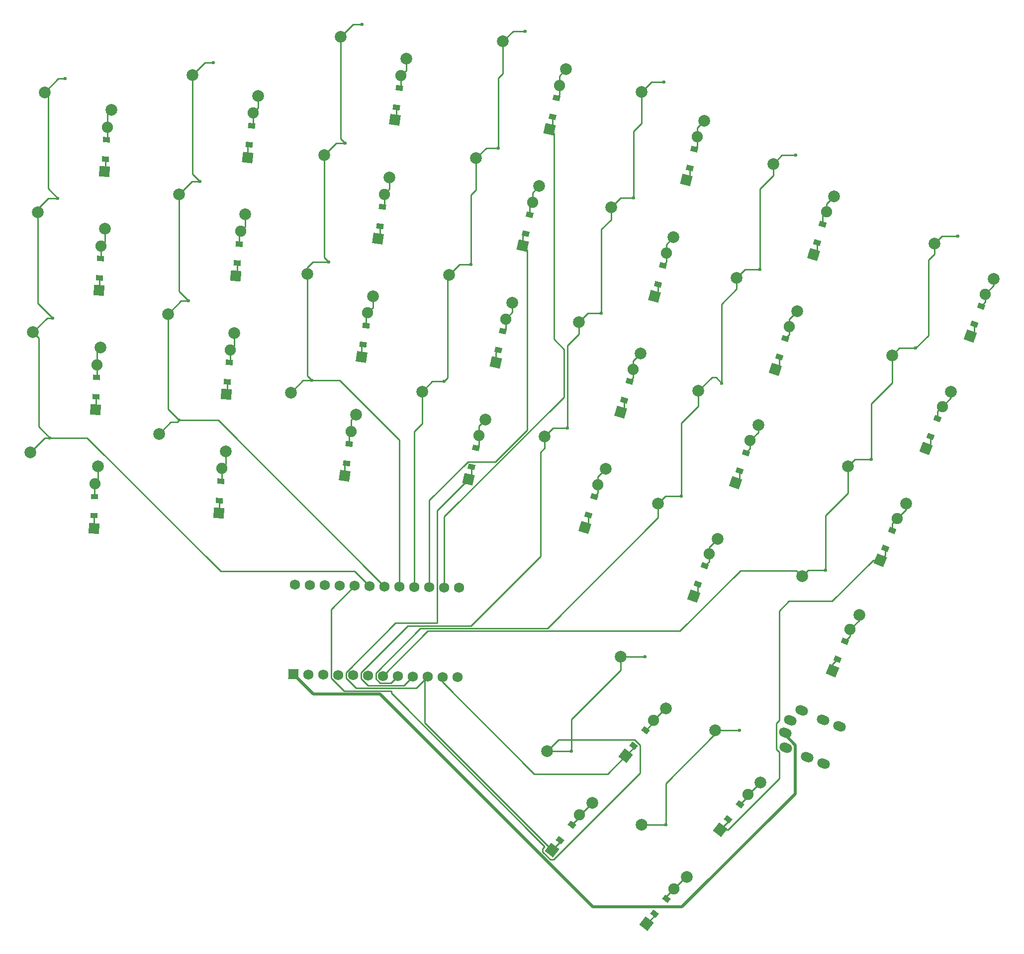
<source format=gbl>
%TF.GenerationSoftware,KiCad,Pcbnew,7.0.7+dfsg-1*%
%TF.CreationDate,2024-02-08T22:24:17-07:00*%
%TF.ProjectId,Keyboard,4b657962-6f61-4726-942e-6b696361645f,v1.0.0*%
%TF.SameCoordinates,Original*%
%TF.FileFunction,Copper,L2,Bot*%
%TF.FilePolarity,Positive*%
%FSLAX46Y46*%
G04 Gerber Fmt 4.6, Leading zero omitted, Abs format (unit mm)*
G04 Created by KiCad (PCBNEW 7.0.7+dfsg-1) date 2024-02-08 22:24:17*
%MOMM*%
%LPD*%
G01*
G04 APERTURE LIST*
G04 Aperture macros list*
%AMHorizOval*
0 Thick line with rounded ends*
0 $1 width*
0 $2 $3 position (X,Y) of the first rounded end (center of the circle)*
0 $4 $5 position (X,Y) of the second rounded end (center of the circle)*
0 Add line between two ends*
20,1,$1,$2,$3,$4,$5,0*
0 Add two circle primitives to create the rounded ends*
1,1,$1,$2,$3*
1,1,$1,$4,$5*%
%AMRotRect*
0 Rectangle, with rotation*
0 The origin of the aperture is its center*
0 $1 length*
0 $2 width*
0 $3 Rotation angle, in degrees counterclockwise*
0 Add horizontal line*
21,1,$1,$2,0,0,$3*%
G04 Aperture macros list end*
%TA.AperFunction,SMDPad,CuDef*%
%ADD10RotRect,0.900000X1.200000X87.000000*%
%TD*%
%TA.AperFunction,ComponentPad*%
%ADD11RotRect,1.778000X1.778000X87.000000*%
%TD*%
%TA.AperFunction,ComponentPad*%
%ADD12C,1.905000*%
%TD*%
%TA.AperFunction,ComponentPad*%
%ADD13HorizOval,1.600000X-0.276151X0.117219X0.276151X-0.117219X0*%
%TD*%
%TA.AperFunction,SMDPad,CuDef*%
%ADD14RotRect,0.900000X1.200000X86.000000*%
%TD*%
%TA.AperFunction,ComponentPad*%
%ADD15RotRect,1.778000X1.778000X86.000000*%
%TD*%
%TA.AperFunction,SMDPad,CuDef*%
%ADD16C,2.000000*%
%TD*%
%TA.AperFunction,ComponentPad*%
%ADD17C,0.600000*%
%TD*%
%TA.AperFunction,SMDPad,CuDef*%
%ADD18RotRect,0.900000X1.200000X89.000000*%
%TD*%
%TA.AperFunction,ComponentPad*%
%ADD19RotRect,1.778000X1.778000X89.000000*%
%TD*%
%TA.AperFunction,SMDPad,CuDef*%
%ADD20RotRect,0.900000X1.200000X88.000000*%
%TD*%
%TA.AperFunction,ComponentPad*%
%ADD21RotRect,1.778000X1.778000X88.000000*%
%TD*%
%TA.AperFunction,SMDPad,CuDef*%
%ADD22RotRect,0.900000X1.200000X85.000000*%
%TD*%
%TA.AperFunction,ComponentPad*%
%ADD23RotRect,1.778000X1.778000X85.000000*%
%TD*%
%TA.AperFunction,SMDPad,CuDef*%
%ADD24RotRect,0.900000X1.200000X84.000000*%
%TD*%
%TA.AperFunction,ComponentPad*%
%ADD25RotRect,1.778000X1.778000X84.000000*%
%TD*%
%TA.AperFunction,SMDPad,CuDef*%
%ADD26RotRect,0.900000X1.200000X83.000000*%
%TD*%
%TA.AperFunction,ComponentPad*%
%ADD27RotRect,1.778000X1.778000X83.000000*%
%TD*%
%TA.AperFunction,SMDPad,CuDef*%
%ADD28RotRect,0.900000X1.200000X82.000000*%
%TD*%
%TA.AperFunction,ComponentPad*%
%ADD29RotRect,1.778000X1.778000X82.000000*%
%TD*%
%TA.AperFunction,SMDPad,CuDef*%
%ADD30RotRect,0.900000X1.200000X77.000000*%
%TD*%
%TA.AperFunction,ComponentPad*%
%ADD31RotRect,1.778000X1.778000X77.000000*%
%TD*%
%TA.AperFunction,SMDPad,CuDef*%
%ADD32RotRect,0.900000X1.200000X73.000000*%
%TD*%
%TA.AperFunction,ComponentPad*%
%ADD33RotRect,1.778000X1.778000X73.000000*%
%TD*%
%TA.AperFunction,SMDPad,CuDef*%
%ADD34RotRect,0.900000X1.200000X74.000000*%
%TD*%
%TA.AperFunction,ComponentPad*%
%ADD35RotRect,1.778000X1.778000X74.000000*%
%TD*%
%TA.AperFunction,SMDPad,CuDef*%
%ADD36RotRect,0.900000X1.200000X75.000000*%
%TD*%
%TA.AperFunction,ComponentPad*%
%ADD37RotRect,1.778000X1.778000X75.000000*%
%TD*%
%TA.AperFunction,SMDPad,CuDef*%
%ADD38RotRect,0.900000X1.200000X76.000000*%
%TD*%
%TA.AperFunction,ComponentPad*%
%ADD39RotRect,1.778000X1.778000X76.000000*%
%TD*%
%TA.AperFunction,SMDPad,CuDef*%
%ADD40RotRect,0.900000X1.200000X70.000000*%
%TD*%
%TA.AperFunction,ComponentPad*%
%ADD41RotRect,1.778000X1.778000X70.000000*%
%TD*%
%TA.AperFunction,SMDPad,CuDef*%
%ADD42RotRect,0.900000X1.200000X71.000000*%
%TD*%
%TA.AperFunction,ComponentPad*%
%ADD43RotRect,1.778000X1.778000X71.000000*%
%TD*%
%TA.AperFunction,SMDPad,CuDef*%
%ADD44RotRect,0.900000X1.200000X72.000000*%
%TD*%
%TA.AperFunction,ComponentPad*%
%ADD45RotRect,1.778000X1.778000X72.000000*%
%TD*%
%TA.AperFunction,SMDPad,CuDef*%
%ADD46RotRect,0.900000X1.200000X67.000000*%
%TD*%
%TA.AperFunction,ComponentPad*%
%ADD47RotRect,1.778000X1.778000X67.000000*%
%TD*%
%TA.AperFunction,SMDPad,CuDef*%
%ADD48RotRect,0.900000X1.200000X68.000000*%
%TD*%
%TA.AperFunction,ComponentPad*%
%ADD49RotRect,1.778000X1.778000X68.000000*%
%TD*%
%TA.AperFunction,SMDPad,CuDef*%
%ADD50RotRect,0.900000X1.200000X69.000000*%
%TD*%
%TA.AperFunction,ComponentPad*%
%ADD51RotRect,1.778000X1.778000X69.000000*%
%TD*%
%TA.AperFunction,SMDPad,CuDef*%
%ADD52RotRect,0.900000X1.200000X52.000000*%
%TD*%
%TA.AperFunction,ComponentPad*%
%ADD53RotRect,1.778000X1.778000X52.000000*%
%TD*%
%TA.AperFunction,ComponentPad*%
%ADD54C,1.752600*%
%TD*%
%TA.AperFunction,ComponentPad*%
%ADD55RotRect,1.752600X1.752600X359.000000*%
%TD*%
%TA.AperFunction,Conductor*%
%ADD56C,0.500000*%
%TD*%
%TA.AperFunction,Conductor*%
%ADD57C,0.250000*%
%TD*%
G04 APERTURE END LIST*
D10*
%TO.P,D3,2*%
%TO.N,function_top*%
X138473069Y-81342220D03*
%TO.P,D3,1*%
%TO.N,P7*%
X138300361Y-84637698D03*
D11*
X138187315Y-86794738D03*
D12*
%TO.P,D3,2*%
%TO.N,function_top*%
X138586115Y-79185180D03*
%TD*%
D13*
%TO.P,TRRS1,1*%
%TO.N,RAW*%
X255915687Y-159999331D03*
%TO.P,TRRS1,2*%
%TO.N,GND*%
X255130879Y-164663458D03*
%TO.P,TRRS1,3*%
%TO.N,P9*%
X258812898Y-166226382D03*
%TO.P,TRRS1,4*%
%TO.N,P10*%
X261574413Y-167398576D03*
%TO.P,TRRS1,1*%
%TO.N,RAW*%
X255017005Y-162116492D03*
%TO.P,TRRS1,2*%
%TO.N,GND*%
X257826924Y-158311974D03*
%TO.P,TRRS1,3*%
%TO.N,P9*%
X261508943Y-159874899D03*
%TO.P,TRRS1,4*%
%TO.N,P10*%
X264270458Y-161047092D03*
%TD*%
D14*
%TO.P,D4,2*%
%TO.N,function_numbers*%
X139508895Y-61104619D03*
%TO.P,D4,1*%
%TO.N,P8*%
X139278699Y-64396581D03*
D15*
X139128025Y-66551319D03*
D12*
%TO.P,D4,2*%
%TO.N,function_numbers*%
X139659569Y-58949881D03*
%TD*%
D16*
%TO.P,S1,1*%
%TO.N,P3*%
X126515775Y-114364066D03*
%TO.P,S1,2*%
%TO.N,function_bottom*%
X138025620Y-116765306D03*
%TD*%
%TO.P,S2,1*%
%TO.N,P3*%
X126977110Y-93912752D03*
%TO.P,S2,2*%
%TO.N,function_main*%
X138443295Y-96514501D03*
%TD*%
%TO.P,S3,1*%
%TO.N,P3*%
X127795300Y-73472604D03*
%TO.P,S3,2*%
%TO.N,function_top*%
X139214332Y-76274069D03*
%TD*%
%TO.P,S4,1*%
%TO.N,P3*%
X128970095Y-53049849D03*
%TO.P,S4,2*%
%TO.N,function_numbers*%
X140338495Y-56050178D03*
%TD*%
%TO.P,S5,1*%
%TO.N,P4*%
X148434463Y-111206357D03*
%TO.P,S5,2*%
%TO.N,pinky_bottom*%
X159802863Y-114206686D03*
%TD*%
%TO.P,S6,1*%
%TO.N,P4*%
X149965505Y-90807215D03*
%TO.P,S6,2*%
%TO.N,pinky_main*%
X161279811Y-94005493D03*
%TD*%
%TO.P,S7,1*%
%TO.N,P4*%
X151852328Y-70437902D03*
%TO.P,S7,2*%
%TO.N,pinky_top*%
X163109093Y-73833154D03*
%TD*%
%TO.P,S8,1*%
%TO.N,P4*%
X154094358Y-50104619D03*
%TO.P,S8,2*%
%TO.N,pinky_numbers*%
X165290153Y-53695812D03*
%TD*%
%TO.P,S9,1*%
%TO.N,P5*%
X170860472Y-104163849D03*
%TO.P,S9,2*%
%TO.N,ring_bottom*%
X181991887Y-107949888D03*
%TD*%
%TO.P,S10,1*%
%TO.N,P5*%
X173699603Y-83962381D03*
%TO.P,S10,2*%
%TO.N,ring_main*%
X184831018Y-87748420D03*
%TD*%
%TO.P,S11,2*%
%TO.N,ring_top*%
X187670149Y-67546951D03*
%TO.P,S11,1*%
%TO.N,P5*%
X176538734Y-63760912D03*
%TD*%
%TO.P,S12,1*%
%TO.N,P5*%
X179377866Y-43559444D03*
%TO.P,S12,2*%
%TO.N,ring_numbers*%
X190509281Y-47345483D03*
%TD*%
%TO.P,S13,1*%
%TO.N,P6*%
X193230226Y-104012854D03*
%TO.P,S13,2*%
%TO.N,middle_bottom*%
X203989308Y-108754653D03*
%TD*%
%TO.P,S14,1*%
%TO.N,P6*%
X197819228Y-84135705D03*
%TO.P,S14,2*%
%TO.N,middle_main*%
X208578310Y-88877504D03*
%TD*%
%TO.P,S15,1*%
%TO.N,P6*%
X202408229Y-64258555D03*
%TO.P,S15,2*%
%TO.N,middle_top*%
X213167311Y-69000354D03*
%TD*%
%TO.P,S16,1*%
%TO.N,P6*%
X206997231Y-44381406D03*
%TO.P,S16,2*%
%TO.N,middle_numbers*%
X217756313Y-49123205D03*
%TD*%
%TO.P,S17,1*%
%TO.N,P15*%
X214062083Y-111681593D03*
%TO.P,S17,2*%
%TO.N,pointer_bottom*%
X224464185Y-117162357D03*
%TD*%
%TO.P,S18,1*%
%TO.N,P15*%
X219910662Y-92198288D03*
%TO.P,S18,2*%
%TO.N,pointer_main*%
X230406833Y-97496675D03*
%TD*%
%TO.P,S19,1*%
%TO.N,P15*%
X225418320Y-72615878D03*
%TO.P,S19,2*%
%TO.N,pointer_top*%
X236005362Y-77730275D03*
%TD*%
%TO.P,S20,1*%
%TO.N,P15*%
X230583380Y-52940328D03*
%TO.P,S20,2*%
%TO.N,pointer_numbers*%
X241258067Y-57869177D03*
%TD*%
%TO.P,S21,1*%
%TO.N,P18*%
X233409632Y-123047887D03*
%TO.P,S21,2*%
%TO.N,inner_bottom*%
X243510637Y-129065543D03*
%TD*%
%TO.P,S22,1*%
%TO.N,P18*%
X240269873Y-103897373D03*
%TO.P,S22,2*%
%TO.N,inner_main*%
X250474363Y-109737826D03*
%TD*%
%TO.P,S23,1*%
%TO.N,P18*%
X246794848Y-84630048D03*
%TO.P,S23,2*%
%TO.N,inner_top*%
X257099713Y-90291519D03*
%TD*%
%TO.P,S24,1*%
%TO.N,P18*%
X252982567Y-65251782D03*
%TO.P,S24,2*%
%TO.N,inner_numbers*%
X263384669Y-70732546D03*
%TD*%
%TO.P,S25,1*%
%TO.N,P19*%
X257893870Y-135479202D03*
%TO.P,S25,2*%
%TO.N,macro_bottom*%
X267666092Y-142017257D03*
%TD*%
%TO.P,S26,1*%
%TO.N,P19*%
X265746970Y-116713970D03*
%TO.P,S26,2*%
%TO.N,macro_main*%
X275631809Y-123080481D03*
%TD*%
%TO.P,S27,1*%
%TO.N,P19*%
X273271375Y-97814541D03*
%TO.P,S27,2*%
%TO.N,macro_top*%
X283265820Y-104007568D03*
%TD*%
%TO.P,S28,1*%
%TO.N,P19*%
X280464796Y-78786672D03*
%TO.P,S28,2*%
%TO.N,macro_numbers*%
X290565801Y-84804328D03*
%TD*%
%TO.P,S29,2*%
%TO.N,1_1*%
X222215146Y-174076192D03*
%TO.P,S29,1*%
%TO.N,P2*%
X214468077Y-165231679D03*
%TD*%
%TO.P,S30,2*%
%TO.N,1_2*%
X234774640Y-158000773D03*
%TO.P,S30,1*%
%TO.N,P2*%
X227027571Y-149156260D03*
%TD*%
%TO.P,S31,2*%
%TO.N,2_1*%
X238290566Y-186635686D03*
%TO.P,S31,1*%
%TO.N,P21*%
X230543497Y-177791173D03*
%TD*%
%TO.P,S32,2*%
%TO.N,2_2*%
X250850060Y-170560267D03*
%TO.P,S32,1*%
%TO.N,P21*%
X243102991Y-161715754D03*
%TD*%
D17*
%TO.P,REF\u002A\u002A,1*%
%TO.N,P3*%
X129834780Y-111871611D03*
%TD*%
%TO.P,REF\u002A\u002A,1*%
%TO.N,P3*%
X130339109Y-91478601D03*
%TD*%
%TO.P,REF\u002A\u002A,1*%
%TO.N,P3*%
X131199268Y-71097499D03*
%TD*%
%TO.P,REF\u002A\u002A,1*%
%TO.N,P3*%
X132414996Y-50734513D03*
%TD*%
%TO.P,REF\u002A\u002A,1*%
%TO.N,P4*%
X151879364Y-108891022D03*
%TD*%
%TO.P,REF\u002A\u002A,1*%
%TO.N,P4*%
X153450290Y-88552354D03*
%TD*%
%TO.P,REF\u002A\u002A,1*%
%TO.N,P4*%
X155375935Y-68244202D03*
%TD*%
%TO.P,REF\u002A\u002A,1*%
%TO.N,P4*%
X157655713Y-47972749D03*
%TD*%
%TO.P,REF\u002A\u002A,1*%
%TO.N,P5*%
X174458491Y-102094458D03*
%TD*%
%TO.P,REF\u002A\u002A,1*%
%TO.N,P5*%
X177297622Y-81892989D03*
%TD*%
%TO.P,REF\u002A\u002A,1*%
%TO.N,P5*%
X180136754Y-61691521D03*
%TD*%
%TO.P,REF\u002A\u002A,1*%
%TO.N,P5*%
X182975885Y-41490052D03*
%TD*%
%TO.P,REF\u002A\u002A,1*%
%TO.N,P6*%
X196994913Y-102264925D03*
%TD*%
%TO.P,REF\u002A\u002A,1*%
%TO.N,P6*%
X201583915Y-82387776D03*
%TD*%
%TO.P,REF\u002A\u002A,1*%
%TO.N,P6*%
X206172916Y-62510627D03*
%TD*%
%TO.P,REF\u002A\u002A,1*%
%TO.N,P6*%
X210761918Y-42633478D03*
%TD*%
%TO.P,REF\u002A\u002A,1*%
%TO.N,P15*%
X217939529Y-110200534D03*
%TD*%
%TO.P,REF\u002A\u002A,1*%
%TO.N,P15*%
X223761670Y-90649783D03*
%TD*%
%TO.P,REF\u002A\u002A,1*%
%TO.N,P15*%
X229241716Y-71000399D03*
%TD*%
%TO.P,REF\u002A\u002A,1*%
%TO.N,P15*%
X234377999Y-51258368D03*
%TD*%
%TO.P,REF\u002A\u002A,1*%
%TO.N,P18*%
X237359276Y-121771787D03*
%TD*%
%TO.P,REF\u002A\u002A,1*%
%TO.N,P18*%
X244196646Y-102552537D03*
%TD*%
%TO.P,REF\u002A\u002A,1*%
%TO.N,P18*%
X250697551Y-83216885D03*
%TD*%
%TO.P,REF\u002A\u002A,1*%
%TO.N,P18*%
X256860013Y-63770722D03*
%TD*%
%TO.P,REF\u002A\u002A,1*%
%TO.N,P19*%
X261904887Y-134411558D03*
%TD*%
%TO.P,REF\u002A\u002A,1*%
%TO.N,P19*%
X269738744Y-115576488D03*
%TD*%
%TO.P,REF\u002A\u002A,1*%
%TO.N,P19*%
X277242690Y-96607566D03*
%TD*%
%TO.P,REF\u002A\u002A,1*%
%TO.N,P19*%
X284414440Y-77510572D03*
%TD*%
%TO.P,REF\u002A\u002A,1*%
%TO.N,P2*%
X218618749Y-165238543D03*
%TD*%
%TO.P,REF\u002A\u002A,1*%
%TO.N,P2*%
X231178243Y-149163124D03*
%TD*%
%TO.P,REF\u002A\u002A,1*%
%TO.N,P21*%
X234694168Y-177798037D03*
%TD*%
%TO.P,REF\u002A\u002A,1*%
%TO.N,P21*%
X247253662Y-161722618D03*
%TD*%
D18*
%TO.P,D1,2*%
%TO.N,function_bottom*%
X137461685Y-121856239D03*
%TO.P,D1,1*%
%TO.N,P14*%
X137404093Y-125155737D03*
D19*
X137366395Y-127315408D03*
D12*
%TO.P,D1,2*%
%TO.N,function_bottom*%
X137499383Y-119696568D03*
%TD*%
D20*
%TO.P,D2,2*%
%TO.N,function_main*%
X137790597Y-101594817D03*
%TO.P,D2,1*%
%TO.N,P16*%
X137675429Y-104892807D03*
D21*
X137600046Y-107051491D03*
D12*
%TO.P,D2,2*%
%TO.N,function_main*%
X137865980Y-99436133D03*
%TD*%
D14*
%TO.P,D5,2*%
%TO.N,pinky_bottom*%
X158973262Y-119261128D03*
%TO.P,D5,1*%
%TO.N,P14*%
X158743066Y-122553090D03*
D15*
X158592392Y-124707828D03*
D12*
%TO.P,D5,2*%
%TO.N,pinky_bottom*%
X159123936Y-117106390D03*
%TD*%
D22*
%TO.P,D6,2*%
%TO.N,pinky_main*%
X160362125Y-99044687D03*
%TO.P,D6,1*%
%TO.N,P16*%
X160074511Y-102332129D03*
D23*
X159886255Y-104483910D03*
D12*
%TO.P,D6,2*%
%TO.N,pinky_main*%
X160550381Y-96892906D03*
%TD*%
D24*
%TO.P,D7,2*%
%TO.N,pinky_top*%
X162103601Y-78855564D03*
%TO.P,D7,1*%
%TO.N,P7*%
X161758657Y-82137486D03*
D25*
X161532876Y-84285653D03*
D12*
%TO.P,D7,2*%
%TO.N,pinky_top*%
X162329382Y-76707397D03*
%TD*%
D26*
%TO.P,D8,2*%
%TO.N,pinky_numbers*%
X164197160Y-58699909D03*
%TO.P,D8,1*%
%TO.N,P8*%
X163794992Y-61975311D03*
D27*
X163531754Y-64119211D03*
D12*
%TO.P,D8,2*%
%TO.N,pinky_numbers*%
X164460398Y-56556009D03*
%TD*%
D28*
%TO.P,D9,2*%
%TO.N,ring_bottom*%
X180811727Y-112934149D03*
%TO.P,D9,1*%
%TO.N,P14*%
X180352455Y-116202033D03*
D29*
X180051841Y-118341012D03*
D12*
%TO.P,D9,2*%
%TO.N,ring_bottom*%
X181112341Y-110795170D03*
%TD*%
D28*
%TO.P,D10,2*%
%TO.N,ring_main*%
X183650859Y-92732680D03*
%TO.P,D10,1*%
%TO.N,P16*%
X183191587Y-96000564D03*
D29*
X182890973Y-98139543D03*
D12*
%TO.P,D10,2*%
%TO.N,ring_main*%
X183951473Y-90593701D03*
%TD*%
D28*
%TO.P,D11,2*%
%TO.N,ring_top*%
X186489990Y-72531212D03*
%TO.P,D11,1*%
%TO.N,P7*%
X186030718Y-75799096D03*
D29*
X185730104Y-77938075D03*
D12*
%TO.P,D11,2*%
%TO.N,ring_top*%
X186790604Y-70392233D03*
%TD*%
D28*
%TO.P,D12,2*%
%TO.N,ring_numbers*%
X189329121Y-52329743D03*
%TO.P,D12,1*%
%TO.N,P8*%
X188869849Y-55597627D03*
D29*
X188569235Y-57736606D03*
D12*
%TO.P,D12,2*%
%TO.N,ring_numbers*%
X189629735Y-50190764D03*
%TD*%
D30*
%TO.P,D13,2*%
%TO.N,middle_bottom*%
X202379232Y-113617089D03*
%TO.P,D13,1*%
%TO.N,P14*%
X201636894Y-116832511D03*
D31*
X201150999Y-118937150D03*
D12*
%TO.P,D13,2*%
%TO.N,middle_bottom*%
X202865127Y-111512450D03*
%TD*%
D30*
%TO.P,D14,2*%
%TO.N,middle_main*%
X206968233Y-93739939D03*
%TO.P,D14,1*%
%TO.N,P16*%
X206225895Y-96955361D03*
D31*
X205740000Y-99060000D03*
D12*
%TO.P,D14,2*%
%TO.N,middle_main*%
X207454128Y-91635300D03*
%TD*%
D30*
%TO.P,D15,2*%
%TO.N,middle_top*%
X211557234Y-73862790D03*
%TO.P,D15,1*%
%TO.N,P7*%
X210814896Y-77078212D03*
D31*
X210329001Y-79182851D03*
D12*
%TO.P,D15,2*%
%TO.N,middle_top*%
X212043129Y-71758151D03*
%TD*%
D30*
%TO.P,D16,2*%
%TO.N,middle_numbers*%
X216146236Y-53985641D03*
%TO.P,D16,1*%
%TO.N,P8*%
X215403898Y-57201063D03*
D31*
X214918003Y-59305702D03*
D12*
%TO.P,D16,2*%
%TO.N,middle_numbers*%
X216632131Y-51881002D03*
%TD*%
D32*
%TO.P,D17,2*%
%TO.N,pointer_bottom*%
X222518844Y-121900635D03*
%TO.P,D17,1*%
%TO.N,P14*%
X221554018Y-125056441D03*
D33*
X220922495Y-127122059D03*
D12*
%TO.P,D17,2*%
%TO.N,pointer_bottom*%
X223150367Y-119835017D03*
%TD*%
D34*
%TO.P,D18,2*%
%TO.N,pointer_main*%
X228544483Y-102268182D03*
%TO.P,D18,1*%
%TO.N,P16*%
X227634879Y-105440346D03*
D35*
X227039503Y-107516671D03*
D12*
%TO.P,D18,2*%
%TO.N,pointer_main*%
X229139859Y-100191857D03*
%TD*%
D36*
%TO.P,D19,2*%
%TO.N,pointer_top*%
X234226570Y-82533557D03*
%TO.P,D19,1*%
%TO.N,P7*%
X233372468Y-85721113D03*
D37*
X232813418Y-87807512D03*
D12*
%TO.P,D19,2*%
%TO.N,pointer_top*%
X234785620Y-80447158D03*
%TD*%
D38*
%TO.P,D20,2*%
%TO.N,pointer_numbers*%
X239563375Y-62702772D03*
%TO.P,D20,1*%
%TO.N,P8*%
X238765033Y-65904748D03*
D39*
X238242482Y-68000587D03*
D12*
%TO.P,D20,2*%
%TO.N,pointer_numbers*%
X240085926Y-60606933D03*
%TD*%
D40*
%TO.P,D21,2*%
%TO.N,inner_bottom*%
X241319980Y-133695516D03*
%TO.P,D21,1*%
%TO.N,P14*%
X240191314Y-136796502D03*
D41*
X239452550Y-138826238D03*
D12*
%TO.P,D21,2*%
%TO.N,inner_bottom*%
X242058744Y-131665780D03*
%TD*%
D42*
%TO.P,D22,2*%
%TO.N,inner_main*%
X248364844Y-114405326D03*
%TO.P,D22,1*%
%TO.N,P16*%
X247290470Y-117525538D03*
D43*
X246587242Y-119567858D03*
D12*
%TO.P,D22,2*%
%TO.N,inner_main*%
X249068072Y-112363006D03*
%TD*%
D44*
%TO.P,D23,2*%
%TO.N,inner_top*%
X255071974Y-94995125D03*
%TO.P,D23,1*%
%TO.N,P7*%
X254052218Y-98133611D03*
D45*
X253384741Y-100187893D03*
D12*
%TO.P,D23,2*%
%TO.N,inner_top*%
X255739451Y-92940843D03*
%TD*%
D32*
%TO.P,D24,2*%
%TO.N,inner_numbers*%
X261439328Y-75470823D03*
%TO.P,D24,1*%
%TO.N,P8*%
X260474502Y-78626629D03*
D33*
X259842979Y-80692247D03*
D12*
%TO.P,D24,2*%
%TO.N,inner_numbers*%
X262070851Y-73405205D03*
%TD*%
D46*
%TO.P,D25,2*%
%TO.N,macro_bottom*%
X265236123Y-146526234D03*
%TO.P,D25,1*%
%TO.N,P14*%
X263946711Y-149563900D03*
D47*
X263102731Y-151552190D03*
D12*
%TO.P,D25,2*%
%TO.N,macro_bottom*%
X266080103Y-144537944D03*
%TD*%
D48*
%TO.P,D26,2*%
%TO.N,macro_main*%
X273280903Y-127631181D03*
%TO.P,D26,1*%
%TO.N,P16*%
X272044701Y-130690887D03*
D49*
X271235551Y-132693604D03*
D12*
%TO.P,D26,2*%
%TO.N,macro_main*%
X274090053Y-125628464D03*
%TD*%
D50*
%TO.P,D27,2*%
%TO.N,macro_top*%
X280994693Y-108598603D03*
%TO.P,D27,1*%
%TO.N,P7*%
X279812079Y-111679419D03*
D51*
X279038004Y-113695952D03*
D12*
%TO.P,D27,2*%
%TO.N,macro_top*%
X281768768Y-106582070D03*
%TD*%
D40*
%TO.P,D28,2*%
%TO.N,macro_numbers*%
X288375143Y-89434301D03*
%TO.P,D28,1*%
%TO.N,P8*%
X287246477Y-92535287D03*
D41*
X286507713Y-94565023D03*
D12*
%TO.P,D28,2*%
%TO.N,macro_numbers*%
X289113907Y-87404565D03*
%TD*%
D52*
%TO.P,D29,2*%
%TO.N,1_1*%
X218700967Y-177802608D03*
%TO.P,D29,1*%
%TO.N,P14*%
X216669285Y-180403044D03*
D53*
X215339456Y-182105147D03*
D12*
%TO.P,D29,2*%
%TO.N,1_1*%
X220030796Y-176100505D03*
%TD*%
D52*
%TO.P,D30,2*%
%TO.N,1_2*%
X231260461Y-161727189D03*
%TO.P,D30,1*%
%TO.N,P16*%
X229228779Y-164327625D03*
D53*
X227898950Y-166029728D03*
D12*
%TO.P,D30,2*%
%TO.N,1_2*%
X232590290Y-160025086D03*
%TD*%
D52*
%TO.P,D31,2*%
%TO.N,2_1*%
X234776386Y-190362102D03*
%TO.P,D31,1*%
%TO.N,P14*%
X232744704Y-192962538D03*
D53*
X231414875Y-194664641D03*
D12*
%TO.P,D31,2*%
%TO.N,2_1*%
X236106215Y-188659999D03*
%TD*%
D52*
%TO.P,D32,2*%
%TO.N,2_2*%
X247335880Y-174286683D03*
%TO.P,D32,1*%
%TO.N,P16*%
X245304198Y-176887119D03*
D53*
X243974369Y-178589222D03*
D12*
%TO.P,D32,2*%
%TO.N,2_2*%
X248665709Y-172584580D03*
%TD*%
D54*
%TO.P,MCU1,24*%
%TO.N,P9*%
X199520860Y-137404971D03*
%TO.P,MCU1,23*%
%TO.N,P8*%
X196981246Y-137360642D03*
%TO.P,MCU1,22*%
%TO.N,P7*%
X194441633Y-137316312D03*
%TO.P,MCU1,21*%
%TO.N,P6*%
X191902020Y-137271983D03*
%TO.P,MCU1,20*%
%TO.N,P5*%
X189362407Y-137227654D03*
%TO.P,MCU1,19*%
%TO.N,P4*%
X186822794Y-137183325D03*
%TO.P,MCU1,18*%
%TO.N,P3*%
X184283181Y-137138996D03*
%TO.P,MCU1,17*%
%TO.N,P2*%
X181743568Y-137094667D03*
%TO.P,MCU1,16*%
%TO.N,N/C*%
X179203954Y-137050338D03*
%TO.P,MCU1,15*%
X176664341Y-137006009D03*
%TO.P,MCU1,14*%
%TO.N,GND*%
X174124728Y-136961680D03*
%TO.P,MCU1,13*%
%TO.N,RAW*%
X171585115Y-136917350D03*
%TO.P,MCU1,12*%
%TO.N,P10*%
X199254885Y-152642650D03*
%TO.P,MCU1,11*%
%TO.N,P16*%
X196715272Y-152598320D03*
%TO.P,MCU1,10*%
%TO.N,P14*%
X194175659Y-152553991D03*
%TO.P,MCU1,9*%
%TO.N,P15*%
X191636046Y-152509662D03*
%TO.P,MCU1,8*%
%TO.N,P18*%
X189096432Y-152465333D03*
%TO.P,MCU1,7*%
%TO.N,P19*%
X186556819Y-152421004D03*
%TO.P,MCU1,6*%
%TO.N,P20*%
X184017206Y-152376675D03*
%TO.P,MCU1,5*%
%TO.N,P21*%
X181477593Y-152332346D03*
%TO.P,MCU1,4*%
%TO.N,VCC*%
X178937980Y-152288017D03*
%TO.P,MCU1,3*%
%TO.N,RST*%
X176398367Y-152243688D03*
%TO.P,MCU1,2*%
%TO.N,GND*%
X173858754Y-152199358D03*
D55*
%TO.P,MCU1,1*%
%TO.N,RAW*%
X171319140Y-152155029D03*
%TD*%
D56*
%TO.N,RAW*%
X171319140Y-152155029D02*
X174711415Y-155547304D01*
X174711415Y-155547304D02*
X186027304Y-155547304D01*
X186027304Y-155547304D02*
X222268536Y-191788536D01*
X222268536Y-191788536D02*
X237471464Y-191788536D01*
X237471464Y-191788536D02*
X256759968Y-172500032D01*
X256759968Y-172500032D02*
X256759968Y-164196833D01*
X256759968Y-164196833D02*
X255017005Y-162453870D01*
X255017005Y-162453870D02*
X255017005Y-162116492D01*
D57*
%TO.N,P2*%
X179923372Y-154972304D02*
X177736680Y-152785612D01*
X213766591Y-181817308D02*
X214090906Y-181492993D01*
X213766591Y-182392986D02*
X213766591Y-181817308D01*
X215627295Y-183678012D02*
X215051617Y-183678012D01*
X187960000Y-154972304D02*
X179923372Y-154972304D01*
X230303633Y-169001674D02*
X215627295Y-183678012D01*
X214090906Y-181492993D02*
X187960000Y-155362087D01*
X177736680Y-141101555D02*
X181743568Y-137094667D01*
X187960000Y-155362087D02*
X187960000Y-154972304D01*
X230303633Y-164207797D02*
X230303633Y-169001674D01*
X229374459Y-163278623D02*
X230303633Y-164207797D01*
X215051617Y-183678012D02*
X213766591Y-182392986D01*
X177736680Y-152785612D02*
X177736680Y-141101555D01*
X216421133Y-163278623D02*
X229374459Y-163278623D01*
X214468077Y-165231679D02*
X216421133Y-163278623D01*
%TO.N,P3*%
X128970095Y-53049849D02*
X129540000Y-53619754D01*
X129540000Y-53619754D02*
X129540000Y-69438231D01*
X129540000Y-69438231D02*
X131199268Y-71097499D01*
%TO.N,P16*%
X271235551Y-132693604D02*
X270043797Y-132693604D01*
X270043797Y-132693604D02*
X263037401Y-139700000D01*
X254000000Y-160020000D02*
X253523209Y-160496791D01*
X263037401Y-139700000D02*
X255641409Y-139700000D01*
X255641409Y-139700000D02*
X254000000Y-141341409D01*
X254000000Y-141341409D02*
X254000000Y-160020000D01*
X254000000Y-165405584D02*
X254000000Y-169918775D01*
X253523209Y-160496791D02*
X253523209Y-164928793D01*
X245329553Y-178589222D02*
X243974369Y-178589222D01*
X253523209Y-164928793D02*
X254000000Y-165405584D01*
X254000000Y-169918775D02*
X245329553Y-178589222D01*
X137675429Y-104892807D02*
X137675429Y-106976108D01*
X137675429Y-106976108D02*
X137600046Y-107051491D01*
%TO.N,function_main*%
X137865980Y-99436133D02*
X137865980Y-101519434D01*
X137865980Y-101519434D02*
X137790597Y-101594817D01*
%TO.N,P7*%
X161758657Y-82137486D02*
X161758657Y-84059872D01*
X161758657Y-84059872D02*
X161532876Y-84285653D01*
%TO.N,P8*%
X215659256Y-60046955D02*
X215659256Y-95098261D01*
%TO.N,pinky_numbers*%
X164460398Y-56556009D02*
X164460398Y-58436671D01*
X164460398Y-58436671D02*
X164197160Y-58699909D01*
%TO.N,P16*%
X160074511Y-102332129D02*
X160074511Y-104295654D01*
X160074511Y-104295654D02*
X159886255Y-104483910D01*
%TO.N,middle_main*%
X207454128Y-91635300D02*
X207454128Y-93254044D01*
X207454128Y-93254044D02*
X206968233Y-93739939D01*
%TO.N,middle_bottom*%
X202865127Y-111512450D02*
X202865127Y-113131194D01*
X202865127Y-113131194D02*
X202379232Y-113617089D01*
%TO.N,P14*%
X240191314Y-136796502D02*
X240191314Y-138087474D01*
X240191314Y-138087474D02*
X239452550Y-138826238D01*
%TO.N,P16*%
X229228779Y-164327625D02*
X229228779Y-164699899D01*
X229228779Y-164699899D02*
X227898950Y-166029728D01*
%TO.N,1_2*%
X232590290Y-160025086D02*
X232590290Y-160397360D01*
X232590290Y-160397360D02*
X231260461Y-161727189D01*
%TO.N,P14*%
X216669285Y-180403044D02*
X216669285Y-180775318D01*
X216669285Y-180775318D02*
X215339456Y-182105147D01*
X232744704Y-192962538D02*
X232744704Y-193334812D01*
X232744704Y-193334812D02*
X231414875Y-194664641D01*
%TO.N,P16*%
X272044701Y-130690887D02*
X272044701Y-131884454D01*
X272044701Y-131884454D02*
X271235551Y-132693604D01*
%TO.N,P7*%
X279812079Y-111679419D02*
X279812079Y-112921877D01*
X279812079Y-112921877D02*
X279038004Y-113695952D01*
%TO.N,pointer_numbers*%
X240085926Y-60606933D02*
X240085926Y-62180221D01*
X240085926Y-62180221D02*
X239563375Y-62702772D01*
%TO.N,pinky_main*%
X160550381Y-96892906D02*
X160550381Y-98856431D01*
X160550381Y-98856431D02*
X160362125Y-99044687D01*
%TO.N,macro_bottom*%
X265236123Y-146526234D02*
X266080103Y-145682254D01*
X266080103Y-145682254D02*
X266080103Y-144537944D01*
%TO.N,P2*%
X227027571Y-149156260D02*
X231171379Y-149156260D01*
X231171379Y-149156260D02*
X231178243Y-149163124D01*
%TO.N,ring_bottom*%
X180811727Y-112934149D02*
X180811727Y-111095784D01*
X180811727Y-111095784D02*
X181112341Y-110795170D01*
%TO.N,P14*%
X180051841Y-118341012D02*
X180051841Y-116502647D01*
X180051841Y-116502647D02*
X180352455Y-116202033D01*
X158743066Y-122553090D02*
X158743066Y-124557154D01*
X158743066Y-124557154D02*
X158592392Y-124707828D01*
%TO.N,pinky_bottom*%
X159123936Y-117106390D02*
X159123936Y-119110454D01*
X159123936Y-119110454D02*
X158973262Y-119261128D01*
%TO.N,function_bottom*%
X137461685Y-121856239D02*
X137461685Y-119734266D01*
X137461685Y-119734266D02*
X137499383Y-119696568D01*
%TO.N,P14*%
X137366395Y-127315408D02*
X137366395Y-125193435D01*
X137366395Y-125193435D02*
X137404093Y-125155737D01*
%TO.N,P16*%
X159886255Y-102520385D02*
X160074511Y-102332129D01*
%TO.N,P7*%
X138300361Y-84637698D02*
X138300361Y-86681692D01*
X138300361Y-86681692D02*
X138187315Y-86794738D01*
%TO.N,function_top*%
X138586115Y-79185180D02*
X138586115Y-81229174D01*
X138586115Y-81229174D02*
X138473069Y-81342220D01*
%TO.N,P8*%
X139278699Y-64396581D02*
X139278699Y-66400645D01*
X139278699Y-66400645D02*
X139128025Y-66551319D01*
%TO.N,function_numbers*%
X139659569Y-58949881D02*
X139659569Y-60953945D01*
X139659569Y-60953945D02*
X139508895Y-61104619D01*
%TO.N,P8*%
X163531754Y-64119211D02*
X163531754Y-62238549D01*
X163531754Y-62238549D02*
X163794992Y-61975311D01*
%TO.N,pinky_top*%
X162103601Y-78855564D02*
X162103601Y-76933178D01*
X162103601Y-76933178D02*
X162329382Y-76707397D01*
%TO.N,P7*%
X161532876Y-82363267D02*
X161758657Y-82137486D01*
%TO.N,P16*%
X182890973Y-98139543D02*
X182890973Y-96301178D01*
X182890973Y-96301178D02*
X183191587Y-96000564D01*
%TO.N,ring_main*%
X183650859Y-92732680D02*
X183650859Y-90894315D01*
X183650859Y-90894315D02*
X183951473Y-90593701D01*
%TO.N,P7*%
X186030718Y-75799096D02*
X186030718Y-77637461D01*
X186030718Y-77637461D02*
X185730104Y-77938075D01*
%TO.N,ring_top*%
X186790604Y-70392233D02*
X186790604Y-72230598D01*
X186790604Y-72230598D02*
X186489990Y-72531212D01*
%TO.N,P8*%
X188869849Y-55597627D02*
X188869849Y-57435992D01*
X188869849Y-57435992D02*
X188569235Y-57736606D01*
%TO.N,ring_numbers*%
X189629735Y-50190764D02*
X189629735Y-52029129D01*
X189629735Y-52029129D02*
X189329121Y-52329743D01*
%TO.N,middle_top*%
X211557234Y-73862790D02*
X211557234Y-72244046D01*
X211557234Y-72244046D02*
X212043129Y-71758151D01*
%TO.N,P7*%
X210329001Y-79182851D02*
X210329001Y-77564107D01*
X210329001Y-77564107D02*
X210814896Y-77078212D01*
%TO.N,P16*%
X205740000Y-99060000D02*
X205740000Y-97441256D01*
X205740000Y-97441256D02*
X206225895Y-96955361D01*
%TO.N,P14*%
X201636894Y-116832511D02*
X201636894Y-118451255D01*
X201636894Y-118451255D02*
X201150999Y-118937150D01*
%TO.N,inner_bottom*%
X242058744Y-131665780D02*
X242058744Y-132956752D01*
X242058744Y-132956752D02*
X241319980Y-133695516D01*
%TO.N,P14*%
X221554018Y-125056441D02*
X221554018Y-126490536D01*
X221554018Y-126490536D02*
X220922495Y-127122059D01*
%TO.N,pointer_bottom*%
X223150367Y-119835017D02*
X223150367Y-121269112D01*
X223150367Y-121269112D02*
X222518844Y-121900635D01*
%TO.N,P16*%
X247290470Y-117525538D02*
X247290470Y-118864630D01*
X247290470Y-118864630D02*
X246587242Y-119567858D01*
%TO.N,inner_main*%
X249068072Y-112363006D02*
X249068072Y-113702098D01*
X249068072Y-113702098D02*
X248364844Y-114405326D01*
%TO.N,P16*%
X227634879Y-105440346D02*
X227634879Y-106921295D01*
X227634879Y-106921295D02*
X227039503Y-107516671D01*
%TO.N,pointer_main*%
X229139859Y-100191857D02*
X229139859Y-101672806D01*
X229139859Y-101672806D02*
X228544483Y-102268182D01*
%TO.N,P7*%
X233372468Y-85721113D02*
X233372468Y-87248462D01*
X233372468Y-87248462D02*
X232813418Y-87807512D01*
%TO.N,pointer_top*%
X234785620Y-80447158D02*
X234785620Y-81974507D01*
X234785620Y-81974507D02*
X234226570Y-82533557D01*
%TO.N,P8*%
X238765033Y-65904748D02*
X238765033Y-67478036D01*
X238765033Y-67478036D02*
X238242482Y-68000587D01*
%TO.N,P7*%
X254052218Y-98133611D02*
X254052218Y-99520416D01*
X254052218Y-99520416D02*
X253384741Y-100187893D01*
%TO.N,inner_top*%
X255739451Y-92940843D02*
X255739451Y-94327648D01*
X255739451Y-94327648D02*
X255071974Y-94995125D01*
%TO.N,P8*%
X260474502Y-78626629D02*
X260474502Y-80060724D01*
X260474502Y-80060724D02*
X259842979Y-80692247D01*
%TO.N,inner_numbers*%
X261439328Y-75470823D02*
X261439328Y-74036728D01*
X261439328Y-74036728D02*
X262070851Y-73405205D01*
%TO.N,P8*%
X287246477Y-92535287D02*
X287246477Y-93826259D01*
X287246477Y-93826259D02*
X286507713Y-94565023D01*
%TO.N,macro_numbers*%
X289113907Y-87404565D02*
X289113907Y-88695537D01*
X289113907Y-88695537D02*
X288375143Y-89434301D01*
%TO.N,macro_top*%
X280994693Y-108598603D02*
X280994693Y-107356145D01*
X280994693Y-107356145D02*
X281768768Y-106582070D01*
%TO.N,macro_main*%
X273280903Y-127631181D02*
X273280903Y-126437614D01*
X273280903Y-126437614D02*
X274090053Y-125628464D01*
%TO.N,P14*%
X263102731Y-151552190D02*
X263102731Y-150407880D01*
X263102731Y-150407880D02*
X263946711Y-149563900D01*
X192207346Y-154522304D02*
X193684825Y-153044825D01*
X193684825Y-153044825D02*
X194175659Y-152553991D01*
X215339456Y-182105147D02*
X193684825Y-160450516D01*
X193684825Y-160450516D02*
X193684825Y-153044825D01*
%TO.N,P16*%
X227898950Y-166029728D02*
X224805708Y-169122970D01*
X224805708Y-169122970D02*
X212322337Y-169122970D01*
X212322337Y-169122970D02*
X196715272Y-153515905D01*
X196715272Y-153515905D02*
X196715272Y-152598320D01*
%TO.N,P14*%
X201150999Y-118937150D02*
X195779946Y-124308203D01*
X195779946Y-124308203D02*
X195779946Y-143430000D01*
X195779946Y-143430000D02*
X188681044Y-143430000D01*
X180276293Y-151834751D02*
X180276293Y-152829941D01*
X188681044Y-143430000D02*
X180276293Y-151834751D01*
X180276293Y-152829941D02*
X181968656Y-154522304D01*
X181968656Y-154522304D02*
X192207346Y-154522304D01*
%TO.N,P7*%
X210329001Y-79182851D02*
X211070254Y-79924104D01*
X211070254Y-79924104D02*
X211070254Y-110573549D01*
X211070254Y-110573549D02*
X205709729Y-115934074D01*
X205709729Y-115934074D02*
X201018880Y-115934074D01*
X201018880Y-115934074D02*
X194441633Y-122511321D01*
X194441633Y-122511321D02*
X194441633Y-137316312D01*
%TO.N,P8*%
X214918003Y-59305702D02*
X215659256Y-60046955D01*
X196981246Y-125298953D02*
X196981246Y-137360642D01*
X215659256Y-95098261D02*
X217357713Y-96796718D01*
X217357713Y-96796718D02*
X217357713Y-104922486D01*
X217357713Y-104922486D02*
X196981246Y-125298953D01*
%TO.N,P15*%
X214062083Y-111681593D02*
X214062083Y-113639929D01*
X213360000Y-114342012D02*
X213360000Y-132080000D01*
X214062083Y-113639929D02*
X213360000Y-114342012D01*
X213360000Y-132080000D02*
X201560000Y-143880000D01*
X182815906Y-151879080D02*
X182815906Y-152874270D01*
X190073404Y-154072304D02*
X191636046Y-152509662D01*
X201560000Y-143880000D02*
X190814986Y-143880000D01*
X190814986Y-143880000D02*
X182815906Y-151879080D01*
X182815906Y-152874270D02*
X184013940Y-154072304D01*
X184013940Y-154072304D02*
X190073404Y-154072304D01*
%TO.N,P18*%
X233409632Y-123047887D02*
X233409632Y-125485911D01*
X233409632Y-125485911D02*
X214565543Y-144330000D01*
X192948928Y-144330000D02*
X185355519Y-151923409D01*
X214565543Y-144330000D02*
X192948928Y-144330000D01*
X185355519Y-151923409D02*
X185355519Y-152918599D01*
X185355519Y-152918599D02*
X186059224Y-153622304D01*
X186059224Y-153622304D02*
X187939461Y-153622304D01*
X187939461Y-153622304D02*
X189096432Y-152465333D01*
%TO.N,P19*%
X257893870Y-135479202D02*
X256902439Y-134487771D01*
X256902439Y-134487771D02*
X247391436Y-134487771D01*
X247391436Y-134487771D02*
X237099207Y-144780000D01*
X237099207Y-144780000D02*
X194197823Y-144780000D01*
X194197823Y-144780000D02*
X186556819Y-152421004D01*
%TO.N,P6*%
X191902020Y-137271983D02*
X191902020Y-110772881D01*
X191902020Y-110772881D02*
X193230226Y-109444675D01*
X193230226Y-109444675D02*
X193230226Y-104012854D01*
%TO.N,P5*%
X189362407Y-137227654D02*
X189362407Y-112286090D01*
X189362407Y-112286090D02*
X179170775Y-102094458D01*
X179170775Y-102094458D02*
X174458491Y-102094458D01*
%TO.N,P3*%
X129834780Y-111871611D02*
X136191149Y-111871611D01*
X136191149Y-111871611D02*
X158939538Y-134620000D01*
X181764185Y-134620000D02*
X184283181Y-137138996D01*
X158939538Y-134620000D02*
X181764185Y-134620000D01*
%TO.N,P4*%
X186822794Y-137183325D02*
X158530491Y-108891022D01*
X158530491Y-108891022D02*
X151879364Y-108891022D01*
%TO.N,P3*%
X129834780Y-111871611D02*
X127952963Y-109989794D01*
X127952963Y-109989794D02*
X127952963Y-94888605D01*
X127952963Y-94888605D02*
X126977110Y-93912752D01*
%TO.N,P4*%
X149965505Y-90807215D02*
X149965505Y-106977163D01*
X149965505Y-106977163D02*
X151879364Y-108891022D01*
%TO.N,P5*%
X180136754Y-61691521D02*
X179377866Y-60932633D01*
X179377866Y-60932633D02*
X179377866Y-43559444D01*
X177297622Y-81892989D02*
X176538734Y-81134101D01*
X176538734Y-81134101D02*
X176538734Y-63760912D01*
X174458491Y-102094458D02*
X173699603Y-101335570D01*
X173699603Y-101335570D02*
X173699603Y-83962381D01*
%TO.N,P6*%
X206172916Y-62510627D02*
X206172916Y-50637542D01*
X206172916Y-50637542D02*
X206997231Y-49813227D01*
X206997231Y-49813227D02*
X206997231Y-44381406D01*
X202408229Y-64258555D02*
X202408229Y-69690376D01*
X202408229Y-69690376D02*
X201583915Y-70514690D01*
X201583915Y-70514690D02*
X201583915Y-82387776D01*
%TO.N,P4*%
X153450290Y-88552354D02*
X151852328Y-86954392D01*
X151852328Y-86954392D02*
X151852328Y-70437902D01*
%TO.N,P3*%
X127795300Y-73472604D02*
X127832525Y-73509829D01*
X127832525Y-73509829D02*
X127832525Y-88972017D01*
X127832525Y-88972017D02*
X130339109Y-91478601D01*
%TO.N,P4*%
X154094358Y-50104619D02*
X154094358Y-66962625D01*
X154094358Y-66962625D02*
X155375935Y-68244202D01*
%TO.N,inner_numbers*%
X263384669Y-70732546D02*
X262070851Y-72046364D01*
X262070851Y-72046364D02*
X262070851Y-73405205D01*
%TO.N,P18*%
X250697551Y-83216885D02*
X248208011Y-83216885D01*
X248208011Y-83216885D02*
X246794848Y-84630048D01*
X252982567Y-65251782D02*
X252982567Y-67210118D01*
X252982567Y-67210118D02*
X250697551Y-69495134D01*
X250697551Y-69495134D02*
X250697551Y-83216885D01*
X256860013Y-63770722D02*
X254463627Y-63770722D01*
X254463627Y-63770722D02*
X252982567Y-65251782D01*
%TO.N,P19*%
X280464796Y-78786672D02*
X281740896Y-77510572D01*
X281740896Y-77510572D02*
X284414440Y-77510572D01*
X280464796Y-78786672D02*
X280464796Y-80542246D01*
X280464796Y-80542246D02*
X279400000Y-81607042D01*
X279400000Y-81607042D02*
X279400000Y-94450256D01*
X279400000Y-94450256D02*
X277242690Y-96607566D01*
%TO.N,macro_numbers*%
X289113907Y-87404565D02*
X290565801Y-85952671D01*
X290565801Y-85952671D02*
X290565801Y-84804328D01*
%TO.N,macro_top*%
X281768768Y-106582070D02*
X283265820Y-105085018D01*
X283265820Y-105085018D02*
X283265820Y-104007568D01*
%TO.N,P19*%
X273271375Y-97814541D02*
X273271375Y-102513188D01*
X273271375Y-102513188D02*
X269738744Y-106045819D01*
X269738744Y-106045819D02*
X269738744Y-115576488D01*
X277242690Y-96607566D02*
X274478350Y-96607566D01*
X274478350Y-96607566D02*
X273271375Y-97814541D01*
X265746970Y-116713970D02*
X265746970Y-121310170D01*
X265746970Y-121310170D02*
X261904887Y-125152253D01*
X261904887Y-125152253D02*
X261904887Y-134411558D01*
X265746970Y-116713970D02*
X266884452Y-115576488D01*
X266884452Y-115576488D02*
X269738744Y-115576488D01*
%TO.N,macro_main*%
X274090053Y-125628464D02*
X275631809Y-124086708D01*
X275631809Y-124086708D02*
X275631809Y-123080481D01*
%TO.N,P19*%
X257893870Y-135479202D02*
X258961514Y-134411558D01*
X258961514Y-134411558D02*
X261904887Y-134411558D01*
%TO.N,macro_bottom*%
X266080103Y-144537944D02*
X267666092Y-142951955D01*
X267666092Y-142951955D02*
X267666092Y-142017257D01*
%TO.N,1_2*%
X232590290Y-160025086D02*
X234614603Y-158000773D01*
X234614603Y-158000773D02*
X234774640Y-158000773D01*
%TO.N,P16*%
X245304198Y-176887119D02*
X245304198Y-177259393D01*
X245304198Y-177259393D02*
X243974369Y-178589222D01*
%TO.N,2_2*%
X248665709Y-172584580D02*
X248665709Y-172956854D01*
X248665709Y-172956854D02*
X247335880Y-174286683D01*
X250850060Y-170560267D02*
X248825747Y-172584580D01*
X248825747Y-172584580D02*
X248665709Y-172584580D01*
%TO.N,P21*%
X243102991Y-161715754D02*
X247246798Y-161715754D01*
X247246798Y-161715754D02*
X247253662Y-161722618D01*
X234694168Y-177798037D02*
X234694168Y-170734060D01*
X234694168Y-170734060D02*
X243102991Y-162325237D01*
X243102991Y-162325237D02*
X243102991Y-161715754D01*
%TO.N,P2*%
X227027571Y-149156260D02*
X227027571Y-151432429D01*
X227027571Y-151432429D02*
X218618749Y-159841251D01*
X218618749Y-159841251D02*
X218618749Y-165238543D01*
X214468077Y-165231679D02*
X218611885Y-165231679D01*
X218611885Y-165231679D02*
X218618749Y-165238543D01*
%TO.N,1_1*%
X220030796Y-176100505D02*
X220030796Y-176472779D01*
X220030796Y-176472779D02*
X218700967Y-177802608D01*
X222215146Y-174076192D02*
X220190833Y-176100505D01*
X220190833Y-176100505D02*
X220030796Y-176100505D01*
%TO.N,P21*%
X230543497Y-177791173D02*
X234687304Y-177791173D01*
X234687304Y-177791173D02*
X234694168Y-177798037D01*
%TO.N,2_1*%
X236106215Y-188659999D02*
X238130528Y-186635686D01*
X238130528Y-186635686D02*
X238290566Y-186635686D01*
X234776386Y-190362102D02*
X234776386Y-189989828D01*
X234776386Y-189989828D02*
X236106215Y-188659999D01*
%TO.N,P6*%
X197819228Y-84135705D02*
X197582331Y-84372602D01*
X197582331Y-84372602D02*
X197582331Y-101677507D01*
X197582331Y-101677507D02*
X196994913Y-102264925D01*
X193230226Y-104012854D02*
X194978155Y-102264925D01*
X194978155Y-102264925D02*
X196994913Y-102264925D01*
%TO.N,middle_bottom*%
X202865127Y-111512450D02*
X202865127Y-109878834D01*
X202865127Y-109878834D02*
X203989308Y-108754653D01*
%TO.N,P15*%
X214062083Y-111681593D02*
X215543142Y-110200534D01*
X215543142Y-110200534D02*
X217939529Y-110200534D01*
%TO.N,pointer_bottom*%
X224464185Y-117162357D02*
X223150367Y-118476175D01*
X223150367Y-118476175D02*
X223150367Y-119835017D01*
%TO.N,inner_bottom*%
X243510637Y-129065543D02*
X242058744Y-130517436D01*
X242058744Y-130517436D02*
X242058744Y-131665780D01*
%TO.N,P18*%
X233409632Y-123047887D02*
X234685732Y-121771787D01*
X234685732Y-121771787D02*
X237359276Y-121771787D01*
X237359276Y-121771787D02*
X237359276Y-109402191D01*
X237359276Y-109402191D02*
X240269873Y-106491594D01*
X240269873Y-106491594D02*
X240269873Y-103897373D01*
%TO.N,inner_main*%
X250474363Y-109737826D02*
X250474363Y-110956715D01*
X250474363Y-110956715D02*
X249068072Y-112363006D01*
%TO.N,inner_top*%
X257099713Y-90291519D02*
X255739451Y-91651781D01*
X255739451Y-91651781D02*
X255739451Y-92940843D01*
%TO.N,P18*%
X244196646Y-102552537D02*
X244196646Y-89118760D01*
X244196646Y-89118760D02*
X246794848Y-86520558D01*
X246794848Y-86520558D02*
X246794848Y-84630048D01*
X240269873Y-103897373D02*
X242567246Y-101600000D01*
X242567246Y-101600000D02*
X243244109Y-101600000D01*
X243244109Y-101600000D02*
X244196646Y-102552537D01*
%TO.N,pointer_main*%
X230406833Y-97496675D02*
X229139859Y-98763649D01*
X229139859Y-98763649D02*
X229139859Y-100191857D01*
%TO.N,P15*%
X217939529Y-110200534D02*
X217939529Y-96195794D01*
X217939529Y-96195794D02*
X219910662Y-94224661D01*
X219910662Y-94224661D02*
X219910662Y-92198288D01*
X219910662Y-92198288D02*
X221459167Y-90649783D01*
X221459167Y-90649783D02*
X223761670Y-90649783D01*
X223761670Y-90649783D02*
X223761670Y-76367128D01*
X223761670Y-76367128D02*
X225418320Y-74710478D01*
X225418320Y-74710478D02*
X225418320Y-72615878D01*
%TO.N,pointer_top*%
X236005362Y-77730275D02*
X234785620Y-78950017D01*
X234785620Y-78950017D02*
X234785620Y-80447158D01*
%TO.N,P15*%
X225418320Y-72615878D02*
X227033799Y-71000399D01*
X227033799Y-71000399D02*
X229241716Y-71000399D01*
X229241716Y-71000399D02*
X229241716Y-59630830D01*
X229241716Y-59630830D02*
X230583380Y-58289166D01*
X230583380Y-58289166D02*
X230583380Y-52940328D01*
%TO.N,pointer_numbers*%
X241258067Y-57869177D02*
X240085926Y-59041318D01*
X240085926Y-59041318D02*
X240085926Y-60606933D01*
%TO.N,P15*%
X230583380Y-52940328D02*
X232265340Y-51258368D01*
X232265340Y-51258368D02*
X234377999Y-51258368D01*
%TO.N,P8*%
X215403898Y-57201063D02*
X215403898Y-58819807D01*
X215403898Y-58819807D02*
X214918003Y-59305702D01*
%TO.N,middle_numbers*%
X216632131Y-51881002D02*
X216632131Y-53499746D01*
X216632131Y-53499746D02*
X216146236Y-53985641D01*
X217756313Y-49123205D02*
X216632131Y-50247387D01*
X216632131Y-50247387D02*
X216632131Y-51881002D01*
%TO.N,P6*%
X206997231Y-44381406D02*
X208745159Y-42633478D01*
X208745159Y-42633478D02*
X210761918Y-42633478D01*
%TO.N,P7*%
X210814896Y-78696956D02*
X210329001Y-79182851D01*
%TO.N,middle_top*%
X213167311Y-69000354D02*
X212043129Y-70124536D01*
X212043129Y-70124536D02*
X212043129Y-71758151D01*
%TO.N,P6*%
X202408229Y-64258555D02*
X204156157Y-62510627D01*
X204156157Y-62510627D02*
X206172916Y-62510627D01*
X197819228Y-84135705D02*
X199567157Y-82387776D01*
X199567157Y-82387776D02*
X201583915Y-82387776D01*
%TO.N,middle_main*%
X207454128Y-91635300D02*
X208578310Y-90511118D01*
X208578310Y-90511118D02*
X208578310Y-88877504D01*
%TO.N,ring_main*%
X183951473Y-92432066D02*
X183650859Y-92732680D01*
X184831018Y-87748420D02*
X184831018Y-89714156D01*
X184831018Y-89714156D02*
X183951473Y-90593701D01*
%TO.N,P5*%
X173699603Y-83962381D02*
X173699603Y-82840397D01*
X173699603Y-82840397D02*
X174647011Y-81892989D01*
X174647011Y-81892989D02*
X177297622Y-81892989D01*
X170860472Y-104163849D02*
X172929863Y-102094458D01*
X172929863Y-102094458D02*
X174458491Y-102094458D01*
%TO.N,ring_bottom*%
X181112341Y-110795170D02*
X181112341Y-108829434D01*
X181112341Y-108829434D02*
X181991887Y-107949888D01*
%TO.N,pinky_bottom*%
X159802863Y-114206686D02*
X159802863Y-116427463D01*
X159802863Y-116427463D02*
X159123936Y-117106390D01*
%TO.N,P4*%
X148434463Y-111206357D02*
X150420820Y-109220000D01*
X150420820Y-109220000D02*
X151550386Y-109220000D01*
X151550386Y-109220000D02*
X151879364Y-108891022D01*
%TO.N,P14*%
X137404093Y-127277710D02*
X137366395Y-127315408D01*
%TO.N,function_bottom*%
X137499383Y-121818541D02*
X137461685Y-121856239D01*
X138025620Y-116765306D02*
X138025620Y-119170331D01*
X138025620Y-119170331D02*
X137499383Y-119696568D01*
%TO.N,P3*%
X126515775Y-114364066D02*
X129008230Y-111871611D01*
X129008230Y-111871611D02*
X129834780Y-111871611D01*
%TO.N,function_main*%
X137865980Y-99436133D02*
X137865980Y-97091816D01*
X137865980Y-97091816D02*
X138443295Y-96514501D01*
%TO.N,pinky_main*%
X161279811Y-94005493D02*
X161279811Y-96163476D01*
X161279811Y-96163476D02*
X160550381Y-96892906D01*
%TO.N,P4*%
X149965505Y-90807215D02*
X152220366Y-88552354D01*
X152220366Y-88552354D02*
X153450290Y-88552354D01*
%TO.N,P3*%
X126977110Y-93912752D02*
X129411261Y-91478601D01*
X129411261Y-91478601D02*
X130339109Y-91478601D01*
%TO.N,ring_top*%
X187670149Y-67546951D02*
X187670149Y-69512688D01*
X187670149Y-69512688D02*
X186790604Y-70392233D01*
%TO.N,P5*%
X176538734Y-63760912D02*
X178608125Y-61691521D01*
X178608125Y-61691521D02*
X180136754Y-61691521D01*
%TO.N,ring_numbers*%
X190509281Y-47345483D02*
X190509281Y-49311218D01*
X190509281Y-49311218D02*
X189629735Y-50190764D01*
%TO.N,P5*%
X179377866Y-43559444D02*
X181447258Y-41490052D01*
X181447258Y-41490052D02*
X182975885Y-41490052D01*
%TO.N,pinky_top*%
X162329382Y-78629783D02*
X162103601Y-78855564D01*
X163109093Y-73833154D02*
X163109093Y-75927686D01*
X163109093Y-75927686D02*
X162329382Y-76707397D01*
%TO.N,P4*%
X151852328Y-70437902D02*
X154046028Y-68244202D01*
X154046028Y-68244202D02*
X155375935Y-68244202D01*
%TO.N,function_top*%
X139214332Y-76274069D02*
X139214332Y-78556963D01*
X139214332Y-78556963D02*
X138586115Y-79185180D01*
%TO.N,pinky_numbers*%
X165290153Y-53695812D02*
X165290153Y-55726254D01*
X165290153Y-55726254D02*
X164460398Y-56556009D01*
%TO.N,P4*%
X154094358Y-50104619D02*
X156226228Y-47972749D01*
X156226228Y-47972749D02*
X157655713Y-47972749D01*
%TO.N,P3*%
X131199268Y-71097499D02*
X129562501Y-71097499D01*
X129562501Y-71097499D02*
X127795300Y-72864700D01*
X127795300Y-72864700D02*
X127795300Y-73472604D01*
%TO.N,function_numbers*%
X139508895Y-59100555D02*
X139659569Y-58949881D01*
X139659569Y-58949881D02*
X139659569Y-56729104D01*
X139659569Y-56729104D02*
X140338495Y-56050178D01*
%TO.N,P3*%
X128970095Y-53049849D02*
X131285431Y-50734513D01*
X131285431Y-50734513D02*
X132414996Y-50734513D01*
%TD*%
M02*

</source>
